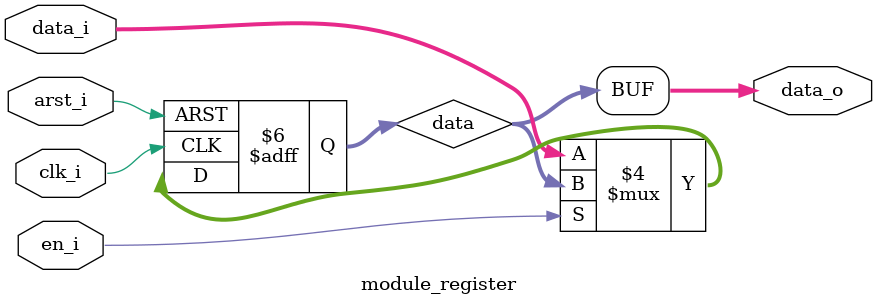
<source format=v>
`timescale 1ns / 1ps

module module_register #(
parameter DATA_WIDTH = 10
)
(
  input                     clk_i,
  input                     arst_i,
  input                     en_i,
  
  input  [ DATA_WIDTH-1:0 ] data_i,
  output [ DATA_WIDTH-1:0 ] data_o
);

reg      [DATA_WIDTH-1:0]   data;

always @( posedge clk_i or negedge arst_i ) begin
  if ( ~arst_i ) 
    data <= { DATA_WIDTH { 1'b0 } };
  else if ( ~en_i )
    data <= data_i;
end

assign data_o = data;

endmodule
</source>
